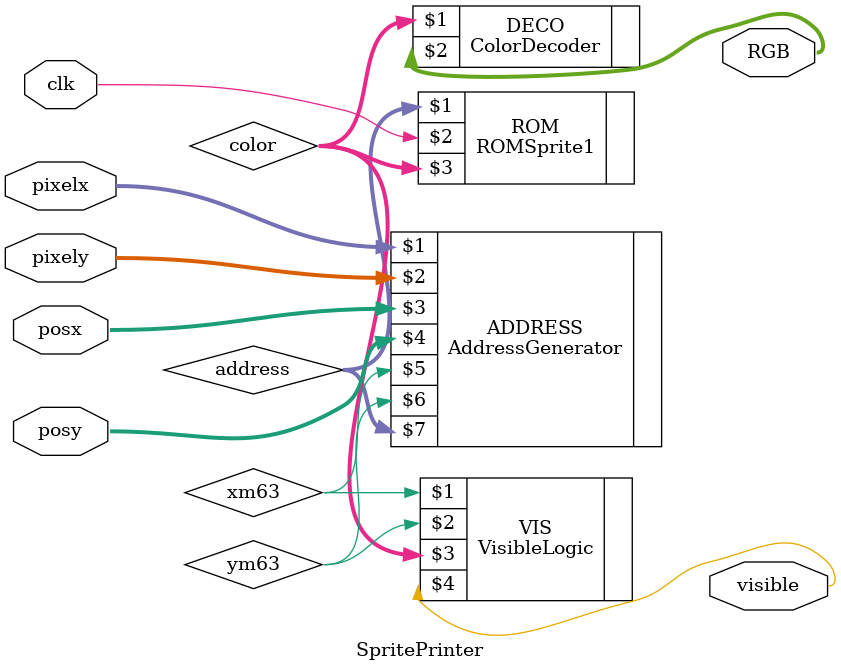
<source format=sv>
/*
Sprite Printer Module


Inputs:
    xcurrent: Current pixel x
    ycurrent: Current pixel y
	 xsprite: Pixel x where sprite is drawn
    ysprite: Pixel y where sprite is drawn

Outputs:
    R, G, B: RGB colors
    print: signal to indicate if sprite will be drawn
*/
module SpritePrinter (input  clk,
                      input  logic [9:0]  posx, posy, pixelx, pixely,
							 output logic        visible,
							 output logic [23:0] RGB);
// Sprite
logic [11:0] address;
logic [2:0] color;
// Sprite
ROMSprite1   ROM (address, clk, color);
// 
ColorDecoder DECO (color, RGB);
logic xm63, ym63;
AddressGenerator ADDRESS(pixelx, pixely, posx, posy, xm63, ym63, address);
VisibleLogic VIS(xm63, ym63, color, visible);

endmodule // SpritePrinter

</source>
